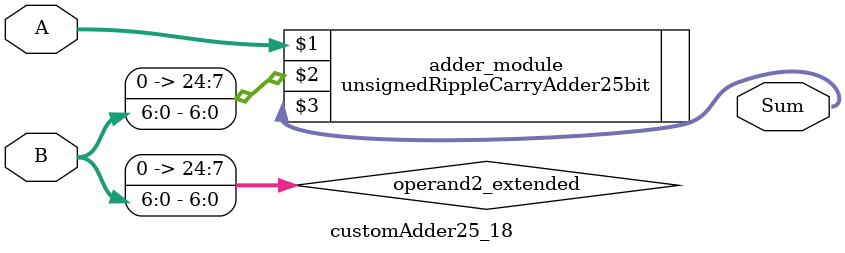
<source format=v>

module customAdder25_18(
                    input [24 : 0] A,
                    input [6 : 0] B,
                    
                    output [25 : 0] Sum
            );

    wire [24 : 0] operand2_extended;
    
    assign operand2_extended =  {18'b0, B};
    
    unsignedRippleCarryAdder25bit adder_module(
        A,
        operand2_extended,
        Sum
    );
    
endmodule
        
</source>
